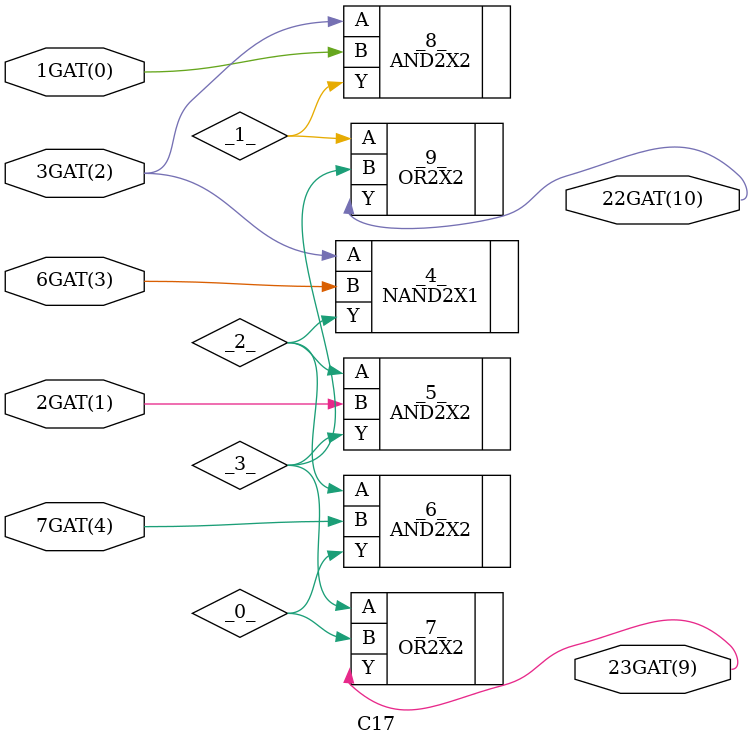
<source format=v>
/* Generated by Yosys 0.11+20 (git sha1 UNKNOWN, gcc 9.4.0-1ubuntu1~20.04.1 -fPIC -Os) */

(* cells_not_processed =  1  *)
module C17(\1GAT(0) , \2GAT(1) , \3GAT(2) , \6GAT(3) , \7GAT(4) , \22GAT(10) , \23GAT(9) );
  wire _0_;
  wire _1_;
  wire _2_;
  wire _3_;
  input \1GAT(0) ;
  output \22GAT(10) ;
  output \23GAT(9) ;
  input \2GAT(1) ;
  input \3GAT(2) ;
  input \6GAT(3) ;
  input \7GAT(4) ;
  NAND2X1 _4_ (
    .A(\3GAT(2) ),
    .B(\6GAT(3) ),
    .Y(_2_)
  );
  AND2X2 _5_ (
    .A(_2_),
    .B(\2GAT(1) ),
    .Y(_3_)
  );
  AND2X2 _6_ (
    .A(_2_),
    .B(\7GAT(4) ),
    .Y(_0_)
  );
  OR2X2 _7_ (
    .A(_3_),
    .B(_0_),
    .Y(\23GAT(9) )
  );
  AND2X2 _8_ (
    .A(\3GAT(2) ),
    .B(\1GAT(0) ),
    .Y(_1_)
  );
  OR2X2 _9_ (
    .A(_1_),
    .B(_3_),
    .Y(\22GAT(10) )
  );
endmodule

</source>
